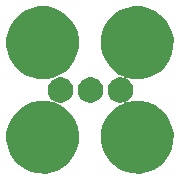
<source format=gts>
%TF.GenerationSoftware,KiCad,Pcbnew,4.0.5-e0-6337~49~ubuntu16.04.1*%
%TF.CreationDate,2017-01-19T00:00:55-08:00*%
%TF.ProjectId,2x2-Servo-Header,3278322D536572766F2D486561646572,1.0*%
%TF.FileFunction,Soldermask,Top*%
%FSLAX46Y46*%
G04 Gerber Fmt 4.6, Leading zero omitted, Abs format (unit mm)*
G04 Created by KiCad (PCBNEW 4.0.5-e0-6337~49~ubuntu16.04.1) date Thu Jan 19 00:00:55 2017*
%MOMM*%
%LPD*%
G01*
G04 APERTURE LIST*
%ADD10C,0.350000*%
G04 APERTURE END LIST*
D10*
G36*
X140791190Y-105592127D02*
X141382135Y-105713431D01*
X141938278Y-105947212D01*
X142438414Y-106284558D01*
X142863501Y-106712623D01*
X143197346Y-107215101D01*
X143427236Y-107772856D01*
X143544344Y-108364294D01*
X143544344Y-108364304D01*
X143544411Y-108364643D01*
X143534790Y-109053696D01*
X143534713Y-109054034D01*
X143534713Y-109054042D01*
X143401137Y-109641981D01*
X143155765Y-110193096D01*
X142808017Y-110686058D01*
X142371142Y-111102089D01*
X141861780Y-111425341D01*
X141299334Y-111643499D01*
X140705227Y-111748256D01*
X140102083Y-111735622D01*
X139512880Y-111606077D01*
X138960062Y-111364557D01*
X138464687Y-111020262D01*
X138045617Y-110586303D01*
X137718818Y-110079210D01*
X137496736Y-109518294D01*
X137387835Y-108924938D01*
X137396257Y-108321721D01*
X137521686Y-107731627D01*
X137759339Y-107177138D01*
X138100171Y-106679368D01*
X138531192Y-106257280D01*
X139035993Y-105926948D01*
X139595339Y-105700957D01*
X140187925Y-105587916D01*
X140791190Y-105592127D01*
X140791190Y-105592127D01*
G37*
G36*
X148791190Y-97592127D02*
X149382135Y-97713431D01*
X149938278Y-97947212D01*
X150438414Y-98284558D01*
X150863501Y-98712623D01*
X151197346Y-99215101D01*
X151427236Y-99772856D01*
X151544344Y-100364294D01*
X151544344Y-100364304D01*
X151544411Y-100364643D01*
X151534790Y-101053696D01*
X151534713Y-101054034D01*
X151534713Y-101054042D01*
X151401137Y-101641981D01*
X151155765Y-102193096D01*
X150808017Y-102686058D01*
X150371142Y-103102089D01*
X149861780Y-103425341D01*
X149299334Y-103643499D01*
X148705227Y-103748256D01*
X148102083Y-103735622D01*
X147606855Y-103626739D01*
X147592600Y-103625664D01*
X147578611Y-103628603D01*
X147565994Y-103635323D01*
X147555749Y-103645292D01*
X147548687Y-103657720D01*
X147545367Y-103671624D01*
X147546051Y-103685902D01*
X147550687Y-103699425D01*
X147558906Y-103711120D01*
X147567539Y-103718469D01*
X147737398Y-103833041D01*
X147886113Y-103982798D01*
X148002907Y-104158588D01*
X148083333Y-104353716D01*
X148124258Y-104560404D01*
X148124258Y-104560409D01*
X148124326Y-104560753D01*
X148120960Y-104801816D01*
X148120883Y-104802154D01*
X148120883Y-104802163D01*
X148074202Y-105007629D01*
X147988361Y-105200432D01*
X147866701Y-105372895D01*
X147713862Y-105518442D01*
X147578446Y-105604380D01*
X147567574Y-105613662D01*
X147559719Y-105625604D01*
X147555501Y-105639263D01*
X147555256Y-105653555D01*
X147559002Y-105667351D01*
X147566444Y-105679556D01*
X147576991Y-105689205D01*
X147589808Y-105695533D01*
X147603881Y-105698041D01*
X147615185Y-105697172D01*
X148187925Y-105587916D01*
X148791190Y-105592127D01*
X149382135Y-105713431D01*
X149938278Y-105947212D01*
X150438414Y-106284558D01*
X150863501Y-106712623D01*
X151197346Y-107215101D01*
X151427236Y-107772856D01*
X151544344Y-108364294D01*
X151544344Y-108364304D01*
X151544411Y-108364643D01*
X151534790Y-109053696D01*
X151534713Y-109054034D01*
X151534713Y-109054042D01*
X151401137Y-109641981D01*
X151155765Y-110193096D01*
X150808017Y-110686058D01*
X150371142Y-111102089D01*
X149861780Y-111425341D01*
X149299334Y-111643499D01*
X148705227Y-111748256D01*
X148102083Y-111735622D01*
X147512880Y-111606077D01*
X146960062Y-111364557D01*
X146464687Y-111020262D01*
X146045617Y-110586303D01*
X145718818Y-110079210D01*
X145496736Y-109518294D01*
X145387835Y-108924938D01*
X145396257Y-108321721D01*
X145521686Y-107731627D01*
X145759339Y-107177138D01*
X146100171Y-106679368D01*
X146531192Y-106257280D01*
X147035993Y-105926948D01*
X147315509Y-105814016D01*
X147327878Y-105806850D01*
X147337760Y-105796521D01*
X147344374Y-105783848D01*
X147347195Y-105769835D01*
X147346001Y-105755590D01*
X147340885Y-105742242D01*
X147332253Y-105730848D01*
X147320789Y-105722309D01*
X147307399Y-105717303D01*
X147287658Y-105716887D01*
X147131047Y-105744502D01*
X146920037Y-105740082D01*
X146713905Y-105694761D01*
X146520502Y-105610265D01*
X146347199Y-105489816D01*
X146200588Y-105337997D01*
X146086258Y-105160590D01*
X146008561Y-104964352D01*
X145970464Y-104756772D01*
X145973410Y-104545738D01*
X146017291Y-104339293D01*
X146100433Y-104145308D01*
X146219673Y-103971163D01*
X146370464Y-103823497D01*
X146547068Y-103707931D01*
X146742755Y-103628868D01*
X146950067Y-103589322D01*
X147161122Y-103590795D01*
X147285188Y-103616262D01*
X147299456Y-103617138D01*
X147313403Y-103614004D01*
X147325925Y-103607109D01*
X147336030Y-103596998D01*
X147342918Y-103584472D01*
X147346043Y-103570523D01*
X147345159Y-103556256D01*
X147340335Y-103542799D01*
X147331954Y-103531220D01*
X147315741Y-103519949D01*
X146960062Y-103364557D01*
X146464687Y-103020262D01*
X146045617Y-102586303D01*
X145718818Y-102079210D01*
X145496736Y-101518294D01*
X145387835Y-100924938D01*
X145396257Y-100321721D01*
X145521686Y-99731627D01*
X145759339Y-99177138D01*
X146100171Y-98679368D01*
X146531192Y-98257280D01*
X147035993Y-97926948D01*
X147595339Y-97700957D01*
X148187925Y-97587916D01*
X148791190Y-97592127D01*
X148791190Y-97592127D01*
G37*
G36*
X142081122Y-103590795D02*
X142287857Y-103633232D01*
X142482427Y-103715021D01*
X142657398Y-103833041D01*
X142806113Y-103982798D01*
X142922907Y-104158588D01*
X143003333Y-104353716D01*
X143044258Y-104560404D01*
X143044258Y-104560409D01*
X143044326Y-104560753D01*
X143040960Y-104801816D01*
X143040883Y-104802154D01*
X143040883Y-104802163D01*
X142994202Y-105007629D01*
X142908361Y-105200432D01*
X142786701Y-105372895D01*
X142633862Y-105518442D01*
X142455664Y-105631530D01*
X142258890Y-105707853D01*
X142051047Y-105744502D01*
X141840037Y-105740082D01*
X141633905Y-105694761D01*
X141440502Y-105610265D01*
X141267199Y-105489816D01*
X141120588Y-105337997D01*
X141006258Y-105160590D01*
X140928561Y-104964352D01*
X140890464Y-104756772D01*
X140893410Y-104545738D01*
X140937291Y-104339293D01*
X141020433Y-104145308D01*
X141139673Y-103971163D01*
X141290464Y-103823497D01*
X141467068Y-103707931D01*
X141662755Y-103628868D01*
X141870067Y-103589322D01*
X142081122Y-103590795D01*
X142081122Y-103590795D01*
G37*
G36*
X144621122Y-103590795D02*
X144827857Y-103633232D01*
X145022427Y-103715021D01*
X145197398Y-103833041D01*
X145346113Y-103982798D01*
X145462907Y-104158588D01*
X145543333Y-104353716D01*
X145584258Y-104560404D01*
X145584258Y-104560409D01*
X145584326Y-104560753D01*
X145580960Y-104801816D01*
X145580883Y-104802154D01*
X145580883Y-104802163D01*
X145534202Y-105007629D01*
X145448361Y-105200432D01*
X145326701Y-105372895D01*
X145173862Y-105518442D01*
X144995664Y-105631530D01*
X144798890Y-105707853D01*
X144591047Y-105744502D01*
X144380037Y-105740082D01*
X144173905Y-105694761D01*
X143980502Y-105610265D01*
X143807199Y-105489816D01*
X143660588Y-105337997D01*
X143546258Y-105160590D01*
X143468561Y-104964352D01*
X143430464Y-104756772D01*
X143433410Y-104545738D01*
X143477291Y-104339293D01*
X143560433Y-104145308D01*
X143679673Y-103971163D01*
X143830464Y-103823497D01*
X144007068Y-103707931D01*
X144202755Y-103628868D01*
X144410067Y-103589322D01*
X144621122Y-103590795D01*
X144621122Y-103590795D01*
G37*
G36*
X140791190Y-97592127D02*
X141382135Y-97713431D01*
X141938278Y-97947212D01*
X142438414Y-98284558D01*
X142863501Y-98712623D01*
X143197346Y-99215101D01*
X143427236Y-99772856D01*
X143544344Y-100364294D01*
X143544344Y-100364304D01*
X143544411Y-100364643D01*
X143534790Y-101053696D01*
X143534713Y-101054034D01*
X143534713Y-101054042D01*
X143401137Y-101641981D01*
X143155765Y-102193096D01*
X142808017Y-102686058D01*
X142371142Y-103102089D01*
X141861780Y-103425341D01*
X141299334Y-103643499D01*
X140705227Y-103748256D01*
X140102083Y-103735622D01*
X139512880Y-103606077D01*
X138960062Y-103364557D01*
X138464687Y-103020262D01*
X138045617Y-102586303D01*
X137718818Y-102079210D01*
X137496736Y-101518294D01*
X137387835Y-100924938D01*
X137396257Y-100321721D01*
X137521686Y-99731627D01*
X137759339Y-99177138D01*
X138100171Y-98679368D01*
X138531192Y-98257280D01*
X139035993Y-97926948D01*
X139595339Y-97700957D01*
X140187925Y-97587916D01*
X140791190Y-97592127D01*
X140791190Y-97592127D01*
G37*
M02*

</source>
